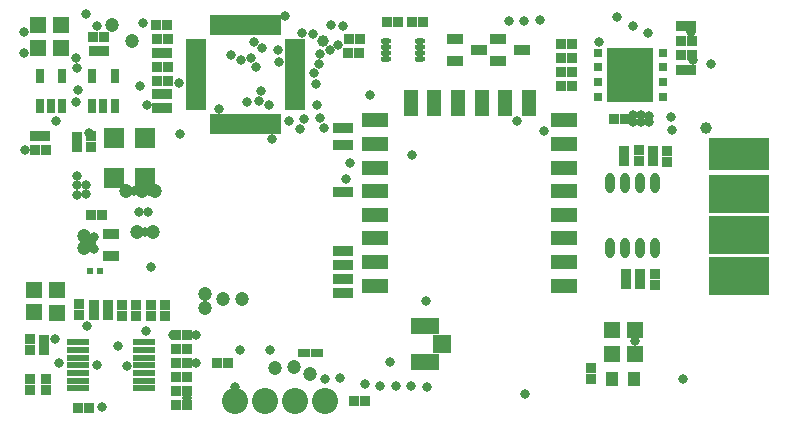
<source format=gts>
G04 Layer_Color=8388736*
%FSLAX44Y44*%
%MOMM*%
G71*
G01*
G75*
%ADD93R,0.8232X0.8232*%
%ADD94R,1.0032X1.2032*%
%ADD95R,1.9032X0.6032*%
%ADD96R,0.8232X0.8232*%
%ADD97R,1.4732X1.3432*%
%ADD98R,5.2032X3.2032*%
%ADD99R,5.2032X2.7032*%
%ADD100R,1.3432X1.4732*%
%ADD101R,0.9933X0.7432*%
%ADD102R,2.2032X1.2032*%
%ADD103R,1.2032X2.2032*%
%ADD104O,0.8032X1.7232*%
%ADD105R,1.4532X0.9032*%
%ADD106R,0.7032X0.7032*%
%ADD107R,4.0032X4.5532*%
%ADD108R,0.8032X1.3032*%
%ADD109R,2.4032X1.4031*%
%ADD110R,1.5032X1.5032*%
%ADD111R,1.8032X1.7232*%
%ADD112R,0.6032X0.6032*%
%ADD113O,0.9032X0.5032*%
%ADD114R,1.7032X0.5032*%
%ADD115R,0.5032X1.7032*%
%ADD116C,2.2032*%
%ADD117C,1.2032*%
%ADD118C,0.8032*%
%ADD119C,1.4732*%
%ADD120C,1.0032*%
D93*
X491625Y34050D02*
D03*
Y43050D02*
D03*
X28581Y58556D02*
D03*
Y67556D02*
D03*
X71025Y88121D02*
D03*
Y97121D02*
D03*
X130790Y87560D02*
D03*
Y96560D02*
D03*
X82621Y96982D02*
D03*
Y87982D02*
D03*
X119276Y96808D02*
D03*
Y87808D02*
D03*
X16529Y67956D02*
D03*
Y58956D02*
D03*
X94505Y87755D02*
D03*
Y96755D02*
D03*
X16911Y33998D02*
D03*
Y24998D02*
D03*
X30089Y24907D02*
D03*
Y33907D02*
D03*
X106697Y87755D02*
D03*
Y96755D02*
D03*
X57789Y88668D02*
D03*
Y97668D02*
D03*
X519349Y218327D02*
D03*
Y227327D02*
D03*
X521308Y123169D02*
D03*
Y114169D02*
D03*
X532214Y228078D02*
D03*
Y219078D02*
D03*
X544312Y218572D02*
D03*
Y227572D02*
D03*
X533417Y114171D02*
D03*
Y123171D02*
D03*
X556026Y227257D02*
D03*
Y218258D02*
D03*
X545843Y122625D02*
D03*
Y113625D02*
D03*
X68441Y239630D02*
D03*
Y230630D02*
D03*
X56260Y230448D02*
D03*
Y239448D02*
D03*
D94*
X527813Y34103D02*
D03*
X509508Y34042D02*
D03*
D95*
X57393Y26126D02*
D03*
X57393Y32626D02*
D03*
Y39126D02*
D03*
X57393Y45626D02*
D03*
X57394Y52125D02*
D03*
Y58625D02*
D03*
X57394Y65125D02*
D03*
X113396Y65127D02*
D03*
X113396Y58627D02*
D03*
Y52127D02*
D03*
X113395Y45627D02*
D03*
X113395Y39127D02*
D03*
Y32627D02*
D03*
X113395Y26128D02*
D03*
D96*
X140161Y47767D02*
D03*
X149161D02*
D03*
X57367Y9886D02*
D03*
X66367D02*
D03*
X149369Y71499D02*
D03*
X140369D02*
D03*
X149551Y35731D02*
D03*
X140551D02*
D03*
X277021Y232027D02*
D03*
X286021D02*
D03*
X140369Y59307D02*
D03*
X149369D02*
D03*
X277021Y192766D02*
D03*
X286021D02*
D03*
X140161Y23747D02*
D03*
X149161D02*
D03*
X277021Y130427D02*
D03*
X286021D02*
D03*
X277021Y118598D02*
D03*
X286021D02*
D03*
X149551Y11855D02*
D03*
X140551D02*
D03*
X277021Y107059D02*
D03*
X286021D02*
D03*
X277021Y142111D02*
D03*
X286021D02*
D03*
X475161Y294003D02*
D03*
X466161D02*
D03*
X511449Y254677D02*
D03*
X520449D02*
D03*
X475161Y305831D02*
D03*
X466161D02*
D03*
X567797Y308590D02*
D03*
X576797D02*
D03*
X567797Y320419D02*
D03*
X576797D02*
D03*
X70067Y323830D02*
D03*
X79067D02*
D03*
X79629Y311783D02*
D03*
X70629D02*
D03*
X567470Y332963D02*
D03*
X576470D02*
D03*
X567470Y296035D02*
D03*
X576470D02*
D03*
X475489Y317527D02*
D03*
X466489D02*
D03*
X475489Y281811D02*
D03*
X466489D02*
D03*
X20862Y227807D02*
D03*
X29862D02*
D03*
X29509Y240299D02*
D03*
X20509D02*
D03*
X123804Y275058D02*
D03*
X132804D02*
D03*
X124219Y286586D02*
D03*
X133219D02*
D03*
X123804Y263374D02*
D03*
X132804D02*
D03*
X295657Y322099D02*
D03*
X286657D02*
D03*
X68280Y173117D02*
D03*
X77280D02*
D03*
X132866Y310110D02*
D03*
X123867D02*
D03*
X295149Y309907D02*
D03*
X286149D02*
D03*
X291118Y15463D02*
D03*
X300118D02*
D03*
X124219Y298270D02*
D03*
X133219D02*
D03*
X349068Y336311D02*
D03*
X340068D02*
D03*
X319185Y336167D02*
D03*
X328185D02*
D03*
X124219Y321638D02*
D03*
X133219D02*
D03*
X286005Y246407D02*
D03*
X277005D02*
D03*
X123439Y333574D02*
D03*
X132439D02*
D03*
X174960Y47284D02*
D03*
X183960D02*
D03*
D97*
X19796Y90515D02*
D03*
Y109515D02*
D03*
X39180Y90287D02*
D03*
Y109287D02*
D03*
D98*
X617237Y155996D02*
D03*
Y190371D02*
D03*
Y121621D02*
D03*
D99*
Y224745D02*
D03*
D100*
X509693Y55243D02*
D03*
X528693D02*
D03*
X509693Y75563D02*
D03*
X528693D02*
D03*
X23707Y334135D02*
D03*
X42707D02*
D03*
X23707Y314323D02*
D03*
X42707D02*
D03*
D101*
X248965Y56369D02*
D03*
X259867D02*
D03*
D102*
X308879Y113155D02*
D03*
X308881Y133155D02*
D03*
X308879Y153155D02*
D03*
X308886Y173155D02*
D03*
X308879Y193155D02*
D03*
X308871Y213155D02*
D03*
X308884Y233155D02*
D03*
X308899Y253155D02*
D03*
X468894D02*
D03*
X468901Y233155D02*
D03*
Y213155D02*
D03*
Y193155D02*
D03*
Y173155D02*
D03*
Y153155D02*
D03*
Y133155D02*
D03*
Y113155D02*
D03*
D103*
X338917Y268162D02*
D03*
X358917Y268155D02*
D03*
X378909D02*
D03*
X398917D02*
D03*
X418904Y268150D02*
D03*
X438884Y268165D02*
D03*
D104*
X508017Y145227D02*
D03*
X520717D02*
D03*
X533417D02*
D03*
X546117D02*
D03*
X508017Y200023D02*
D03*
X520717D02*
D03*
X533417D02*
D03*
X546117D02*
D03*
D105*
X432933Y312777D02*
D03*
X412934Y303277D02*
D03*
Y322277D02*
D03*
X396865Y312777D02*
D03*
X376866Y303277D02*
D03*
Y322277D02*
D03*
X65549Y147699D02*
D03*
X85548Y157199D02*
D03*
Y138199D02*
D03*
D106*
X552213Y273067D02*
D03*
Y285567D02*
D03*
Y298067D02*
D03*
Y310567D02*
D03*
X497213D02*
D03*
Y298067D02*
D03*
Y285567D02*
D03*
Y273067D02*
D03*
D107*
X524713Y291567D02*
D03*
D108*
X88257Y291047D02*
D03*
Y265047D02*
D03*
X78757D02*
D03*
X69257D02*
D03*
Y291047D02*
D03*
X44117D02*
D03*
Y265047D02*
D03*
X34617D02*
D03*
X25117D02*
D03*
Y291047D02*
D03*
D109*
X350789Y48291D02*
D03*
Y79291D02*
D03*
D110*
X365272Y63804D02*
D03*
D111*
X114012Y238470D02*
D03*
Y204270D02*
D03*
X87596Y238470D02*
D03*
Y204270D02*
D03*
D112*
X76018Y125248D02*
D03*
X67018D02*
D03*
D113*
X317681Y320331D02*
D03*
Y315329D02*
D03*
Y310331D02*
D03*
X317682Y305329D02*
D03*
X346682D02*
D03*
X346681Y310331D02*
D03*
Y315329D02*
D03*
Y320331D02*
D03*
D114*
X156935Y319470D02*
D03*
Y314470D02*
D03*
Y309470D02*
D03*
Y304470D02*
D03*
Y299470D02*
D03*
Y294471D02*
D03*
Y289471D02*
D03*
Y284471D02*
D03*
Y279471D02*
D03*
Y274471D02*
D03*
Y269471D02*
D03*
Y264471D02*
D03*
X240935D02*
D03*
Y269471D02*
D03*
Y274471D02*
D03*
Y279471D02*
D03*
Y284471D02*
D03*
Y289471D02*
D03*
Y294471D02*
D03*
Y299470D02*
D03*
Y304470D02*
D03*
Y309470D02*
D03*
Y314470D02*
D03*
Y319470D02*
D03*
D115*
X171435Y249970D02*
D03*
X176435D02*
D03*
X181435D02*
D03*
X186435D02*
D03*
X191435D02*
D03*
X196435D02*
D03*
X201435D02*
D03*
X206435D02*
D03*
X211435D02*
D03*
X216435D02*
D03*
X221435D02*
D03*
X226435D02*
D03*
Y333970D02*
D03*
X221435D02*
D03*
X216435D02*
D03*
X211435D02*
D03*
X206435D02*
D03*
X201435D02*
D03*
X196435D02*
D03*
X191435D02*
D03*
X186435D02*
D03*
X181435D02*
D03*
X176435D02*
D03*
X171435D02*
D03*
D116*
X266209Y15619D02*
D03*
X240809Y15619D02*
D03*
X215409Y15619D02*
D03*
X190009Y15619D02*
D03*
D117*
X164855Y94490D02*
D03*
X164713Y105810D02*
D03*
X179849Y101471D02*
D03*
X196105D02*
D03*
X107205Y158875D02*
D03*
X120413D02*
D03*
X97553Y192911D02*
D03*
X111269D02*
D03*
X122881D02*
D03*
X61993Y154811D02*
D03*
X62501Y144651D02*
D03*
X85744Y333438D02*
D03*
X102672Y320052D02*
D03*
X240557Y44464D02*
D03*
X254050Y38424D02*
D03*
X223779Y43700D02*
D03*
D118*
X71137Y154303D02*
D03*
Y144143D02*
D03*
X113809Y158875D02*
D03*
X104665Y192911D02*
D03*
X117365D02*
D03*
X56430Y190157D02*
D03*
Y197999D02*
D03*
X56552Y205901D02*
D03*
X64212Y190400D02*
D03*
X64453Y198118D02*
D03*
X429241Y252803D02*
D03*
X569287Y34103D02*
D03*
X451581Y244003D02*
D03*
X73292Y45857D02*
D03*
X98483Y45314D02*
D03*
X513523Y340902D02*
D03*
X526747Y332880D02*
D03*
X578127Y304187D02*
D03*
X576668Y327618D02*
D03*
X200648Y268584D02*
D03*
X176662Y263042D02*
D03*
X157075Y48057D02*
D03*
X41351Y47769D02*
D03*
X37536Y67913D02*
D03*
X137312Y71470D02*
D03*
X157049Y71293D02*
D03*
X149350Y18411D02*
D03*
X55969Y268381D02*
D03*
X72979Y333303D02*
D03*
X64178Y342844D02*
D03*
X109753Y281900D02*
D03*
X112611Y335463D02*
D03*
X114472Y74824D02*
D03*
X206228Y319650D02*
D03*
X287292Y216839D02*
D03*
X284376Y203717D02*
D03*
X270515Y312488D02*
D03*
X281668Y333049D02*
D03*
X261703Y300649D02*
D03*
X261896Y309189D02*
D03*
X271096Y333484D02*
D03*
X278974Y35055D02*
D03*
X217377Y17216D02*
D03*
X203948Y305684D02*
D03*
X212020Y278029D02*
D03*
X210374Y269199D02*
D03*
X265557Y246603D02*
D03*
X219145Y266162D02*
D03*
X235847Y252990D02*
D03*
X261777Y255194D02*
D03*
X90871Y61878D02*
D03*
X266209Y15619D02*
D03*
X119130Y128836D02*
D03*
X266443Y34409D02*
D03*
X248197Y254453D02*
D03*
X245237Y245458D02*
D03*
X115545Y266102D02*
D03*
X77754Y10114D02*
D03*
X539874Y326952D02*
D03*
X340116Y223629D02*
D03*
X352270Y100426D02*
D03*
X220015Y58390D02*
D03*
X11360Y328007D02*
D03*
X11154Y310401D02*
D03*
X11988Y227882D02*
D03*
X66601Y242332D02*
D03*
X221602Y237727D02*
D03*
X143699Y241330D02*
D03*
X56090Y297624D02*
D03*
X55466Y306164D02*
D03*
X38557Y252879D02*
D03*
X57174Y278692D02*
D03*
X116314Y175887D02*
D03*
X108842Y175760D02*
D03*
X194149Y58291D02*
D03*
X304480Y274181D02*
D03*
X277813Y317267D02*
D03*
X422209Y337454D02*
D03*
X435125Y337331D02*
D03*
X448289Y337707D02*
D03*
X528693Y66229D02*
D03*
X435946Y21586D02*
D03*
X339414Y27978D02*
D03*
X352886Y27687D02*
D03*
X326240Y28126D02*
D03*
X313063Y28419D02*
D03*
X300619Y29737D02*
D03*
X321085Y48213D02*
D03*
X189782Y27415D02*
D03*
X143088Y284378D02*
D03*
X593367Y301014D02*
D03*
X560438Y244898D02*
D03*
X64835Y79230D02*
D03*
X559362Y255740D02*
D03*
X527390Y251751D02*
D03*
X527583Y257557D02*
D03*
X533658Y251751D02*
D03*
X533874Y257493D02*
D03*
X540943Y251767D02*
D03*
X540736Y257157D02*
D03*
X498560Y319314D02*
D03*
X256508Y326399D02*
D03*
X247048Y327126D02*
D03*
X232671Y341799D02*
D03*
X212876Y314221D02*
D03*
X208340Y297999D02*
D03*
X187071Y308373D02*
D03*
X259485Y265801D02*
D03*
X258385Y284285D02*
D03*
X257450Y292825D02*
D03*
X195408Y304584D02*
D03*
X226889Y312605D02*
D03*
X227480Y302762D02*
D03*
D119*
X365445Y63703D02*
D03*
X607742Y150375D02*
D03*
X603292Y120704D02*
D03*
X630839Y223650D02*
D03*
X604919Y189184D02*
D03*
X190012Y15621D02*
D03*
X214748Y16088D02*
D03*
X240809Y15619D02*
D03*
D120*
X265118Y320582D02*
D03*
X589236Y246936D02*
D03*
M02*

</source>
